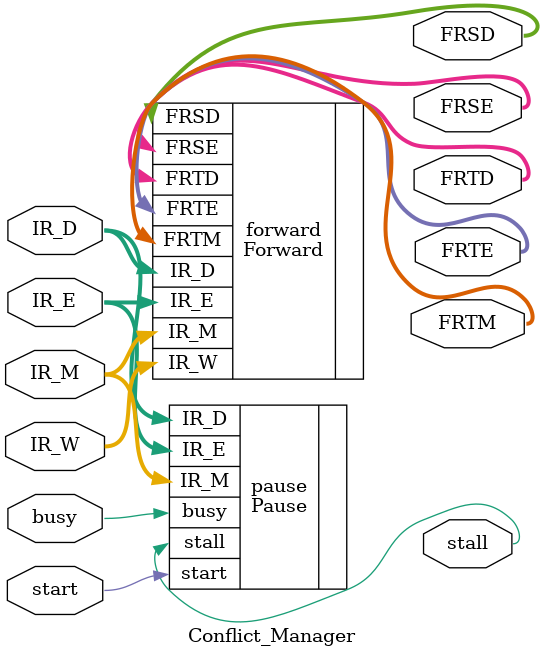
<source format=v>
`timescale 1ns / 1ps
module Conflict_Manager(
    input [31:0] IR_D,
	 input [31:0] IR_E,
	 input [31:0] IR_M,
	 input [31:0] IR_W,
	 input busy,
	 input start,
	 output [2:0] FRSD,
	 output [2:0] FRTD,
	 output [2:0] FRSE,
	 output [2:0] FRTE,
	 output [1:0] FRTM,
	 output stall
	 );
	 
	 Forward forward(
			.IR_D(IR_D),
			.IR_E(IR_E),
			.IR_M(IR_M),
			.IR_W(IR_W),
			.FRSD(FRSD),
			.FRTD(FRTD),
			.FRSE(FRSE),
			.FRTE(FRTE),
			.FRTM(FRTM)
			);
	 Pause pause(
			.IR_D(IR_D),
			.IR_E(IR_E),
			.IR_M(IR_M),
			.busy(busy),
			.start(start),
			.stall(stall)
			);


endmodule

</source>
